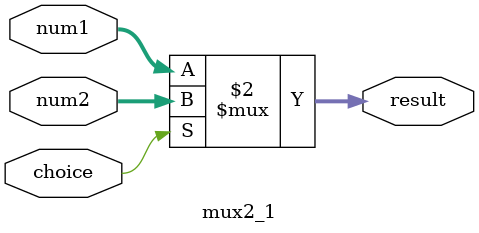
<source format=v>
`timescale 1ns / 1ps


module mux2_1#(parameter DATA_WIDTH = 8)(num1,num2,choice,result);
    input [DATA_WIDTH-1:0] num1;
    input [DATA_WIDTH-1:0] num2;
    input choice;
    output [DATA_WIDTH-1:0] result;
    
    assign result= (choice==0)? num1:num2 ;
    
endmodule

</source>
